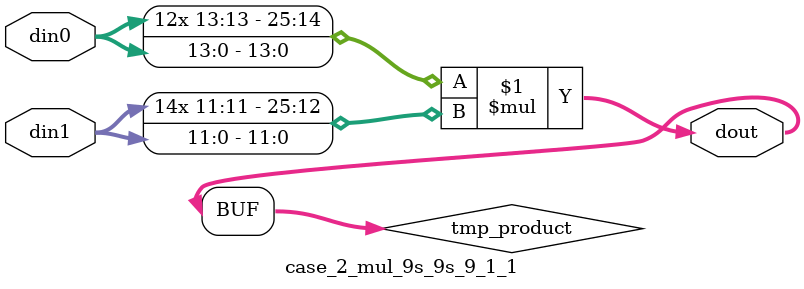
<source format=v>

`timescale 1 ns / 1 ps

 module case_2_mul_9s_9s_9_1_1(din0, din1, dout);
parameter ID = 1;
parameter NUM_STAGE = 0;
parameter din0_WIDTH = 14;
parameter din1_WIDTH = 12;
parameter dout_WIDTH = 26;

input [din0_WIDTH - 1 : 0] din0; 
input [din1_WIDTH - 1 : 0] din1; 
output [dout_WIDTH - 1 : 0] dout;

wire signed [dout_WIDTH - 1 : 0] tmp_product;



























assign tmp_product = $signed(din0) * $signed(din1);








assign dout = tmp_product;





















endmodule

</source>
